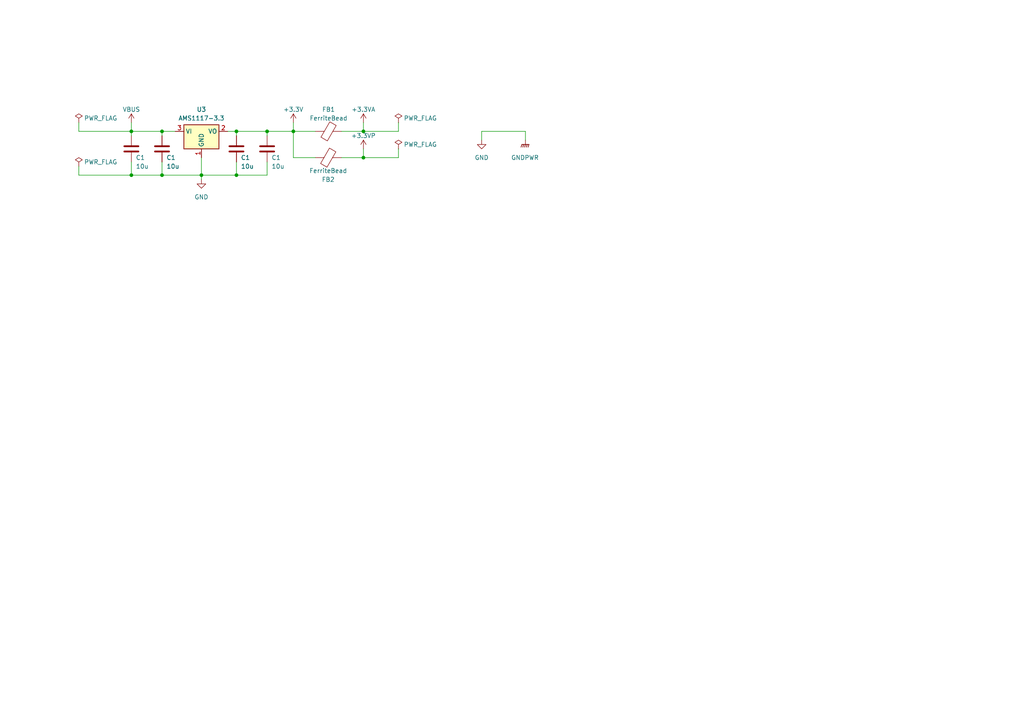
<source format=kicad_sch>
(kicad_sch (version 20230121) (generator eeschema)

  (uuid 4857945e-68b6-4ef5-a032-64d1caaae9b8)

  (paper "A4")

  (title_block
    (title "net-bmp")
    (date "2023-11-11")
    (rev "b")
    (company "elagil")
  )

  (lib_symbols
    (symbol "Device:C" (pin_numbers hide) (pin_names (offset 0.254)) (in_bom yes) (on_board yes)
      (property "Reference" "C" (at 0.635 2.54 0)
        (effects (font (size 1.27 1.27)) (justify left))
      )
      (property "Value" "C" (at 0.635 -2.54 0)
        (effects (font (size 1.27 1.27)) (justify left))
      )
      (property "Footprint" "" (at 0.9652 -3.81 0)
        (effects (font (size 1.27 1.27)) hide)
      )
      (property "Datasheet" "~" (at 0 0 0)
        (effects (font (size 1.27 1.27)) hide)
      )
      (property "ki_keywords" "cap capacitor" (at 0 0 0)
        (effects (font (size 1.27 1.27)) hide)
      )
      (property "ki_description" "Unpolarized capacitor" (at 0 0 0)
        (effects (font (size 1.27 1.27)) hide)
      )
      (property "ki_fp_filters" "C_*" (at 0 0 0)
        (effects (font (size 1.27 1.27)) hide)
      )
      (symbol "C_0_1"
        (polyline
          (pts
            (xy -2.032 -0.762)
            (xy 2.032 -0.762)
          )
          (stroke (width 0.508) (type default))
          (fill (type none))
        )
        (polyline
          (pts
            (xy -2.032 0.762)
            (xy 2.032 0.762)
          )
          (stroke (width 0.508) (type default))
          (fill (type none))
        )
      )
      (symbol "C_1_1"
        (pin passive line (at 0 3.81 270) (length 2.794)
          (name "~" (effects (font (size 1.27 1.27))))
          (number "1" (effects (font (size 1.27 1.27))))
        )
        (pin passive line (at 0 -3.81 90) (length 2.794)
          (name "~" (effects (font (size 1.27 1.27))))
          (number "2" (effects (font (size 1.27 1.27))))
        )
      )
    )
    (symbol "Device:FerriteBead" (pin_numbers hide) (pin_names (offset 0)) (in_bom yes) (on_board yes)
      (property "Reference" "FB" (at -3.81 0.635 90)
        (effects (font (size 1.27 1.27)))
      )
      (property "Value" "FerriteBead" (at 3.81 0 90)
        (effects (font (size 1.27 1.27)))
      )
      (property "Footprint" "" (at -1.778 0 90)
        (effects (font (size 1.27 1.27)) hide)
      )
      (property "Datasheet" "~" (at 0 0 0)
        (effects (font (size 1.27 1.27)) hide)
      )
      (property "ki_keywords" "L ferrite bead inductor filter" (at 0 0 0)
        (effects (font (size 1.27 1.27)) hide)
      )
      (property "ki_description" "Ferrite bead" (at 0 0 0)
        (effects (font (size 1.27 1.27)) hide)
      )
      (property "ki_fp_filters" "Inductor_* L_* *Ferrite*" (at 0 0 0)
        (effects (font (size 1.27 1.27)) hide)
      )
      (symbol "FerriteBead_0_1"
        (polyline
          (pts
            (xy 0 -1.27)
            (xy 0 -1.2192)
          )
          (stroke (width 0) (type default))
          (fill (type none))
        )
        (polyline
          (pts
            (xy 0 1.27)
            (xy 0 1.2954)
          )
          (stroke (width 0) (type default))
          (fill (type none))
        )
        (polyline
          (pts
            (xy -2.7686 0.4064)
            (xy -1.7018 2.2606)
            (xy 2.7686 -0.3048)
            (xy 1.6764 -2.159)
            (xy -2.7686 0.4064)
          )
          (stroke (width 0) (type default))
          (fill (type none))
        )
      )
      (symbol "FerriteBead_1_1"
        (pin passive line (at 0 3.81 270) (length 2.54)
          (name "~" (effects (font (size 1.27 1.27))))
          (number "1" (effects (font (size 1.27 1.27))))
        )
        (pin passive line (at 0 -3.81 90) (length 2.54)
          (name "~" (effects (font (size 1.27 1.27))))
          (number "2" (effects (font (size 1.27 1.27))))
        )
      )
    )
    (symbol "Regulator_Linear:AMS1117-3.3" (in_bom yes) (on_board yes)
      (property "Reference" "U" (at -3.81 3.175 0)
        (effects (font (size 1.27 1.27)))
      )
      (property "Value" "AMS1117-3.3" (at 0 3.175 0)
        (effects (font (size 1.27 1.27)) (justify left))
      )
      (property "Footprint" "Package_TO_SOT_SMD:SOT-223-3_TabPin2" (at 0 5.08 0)
        (effects (font (size 1.27 1.27)) hide)
      )
      (property "Datasheet" "http://www.advanced-monolithic.com/pdf/ds1117.pdf" (at 2.54 -6.35 0)
        (effects (font (size 1.27 1.27)) hide)
      )
      (property "ki_keywords" "linear regulator ldo fixed positive" (at 0 0 0)
        (effects (font (size 1.27 1.27)) hide)
      )
      (property "ki_description" "1A Low Dropout regulator, positive, 3.3V fixed output, SOT-223" (at 0 0 0)
        (effects (font (size 1.27 1.27)) hide)
      )
      (property "ki_fp_filters" "SOT?223*TabPin2*" (at 0 0 0)
        (effects (font (size 1.27 1.27)) hide)
      )
      (symbol "AMS1117-3.3_0_1"
        (rectangle (start -5.08 -5.08) (end 5.08 1.905)
          (stroke (width 0.254) (type default))
          (fill (type background))
        )
      )
      (symbol "AMS1117-3.3_1_1"
        (pin power_in line (at 0 -7.62 90) (length 2.54)
          (name "GND" (effects (font (size 1.27 1.27))))
          (number "1" (effects (font (size 1.27 1.27))))
        )
        (pin power_out line (at 7.62 0 180) (length 2.54)
          (name "VO" (effects (font (size 1.27 1.27))))
          (number "2" (effects (font (size 1.27 1.27))))
        )
        (pin power_in line (at -7.62 0 0) (length 2.54)
          (name "VI" (effects (font (size 1.27 1.27))))
          (number "3" (effects (font (size 1.27 1.27))))
        )
      )
    )
    (symbol "power:+3.3V" (power) (pin_names (offset 0)) (in_bom yes) (on_board yes)
      (property "Reference" "#PWR" (at 0 -3.81 0)
        (effects (font (size 1.27 1.27)) hide)
      )
      (property "Value" "+3.3V" (at 0 3.556 0)
        (effects (font (size 1.27 1.27)))
      )
      (property "Footprint" "" (at 0 0 0)
        (effects (font (size 1.27 1.27)) hide)
      )
      (property "Datasheet" "" (at 0 0 0)
        (effects (font (size 1.27 1.27)) hide)
      )
      (property "ki_keywords" "global power" (at 0 0 0)
        (effects (font (size 1.27 1.27)) hide)
      )
      (property "ki_description" "Power symbol creates a global label with name \"+3.3V\"" (at 0 0 0)
        (effects (font (size 1.27 1.27)) hide)
      )
      (symbol "+3.3V_0_1"
        (polyline
          (pts
            (xy -0.762 1.27)
            (xy 0 2.54)
          )
          (stroke (width 0) (type default))
          (fill (type none))
        )
        (polyline
          (pts
            (xy 0 0)
            (xy 0 2.54)
          )
          (stroke (width 0) (type default))
          (fill (type none))
        )
        (polyline
          (pts
            (xy 0 2.54)
            (xy 0.762 1.27)
          )
          (stroke (width 0) (type default))
          (fill (type none))
        )
      )
      (symbol "+3.3V_1_1"
        (pin power_in line (at 0 0 90) (length 0) hide
          (name "+3.3V" (effects (font (size 1.27 1.27))))
          (number "1" (effects (font (size 1.27 1.27))))
        )
      )
    )
    (symbol "power:+3.3VA" (power) (pin_names (offset 0)) (in_bom yes) (on_board yes)
      (property "Reference" "#PWR" (at 0 -3.81 0)
        (effects (font (size 1.27 1.27)) hide)
      )
      (property "Value" "+3.3VA" (at 0 3.556 0)
        (effects (font (size 1.27 1.27)))
      )
      (property "Footprint" "" (at 0 0 0)
        (effects (font (size 1.27 1.27)) hide)
      )
      (property "Datasheet" "" (at 0 0 0)
        (effects (font (size 1.27 1.27)) hide)
      )
      (property "ki_keywords" "global power" (at 0 0 0)
        (effects (font (size 1.27 1.27)) hide)
      )
      (property "ki_description" "Power symbol creates a global label with name \"+3.3VA\"" (at 0 0 0)
        (effects (font (size 1.27 1.27)) hide)
      )
      (symbol "+3.3VA_0_1"
        (polyline
          (pts
            (xy -0.762 1.27)
            (xy 0 2.54)
          )
          (stroke (width 0) (type default))
          (fill (type none))
        )
        (polyline
          (pts
            (xy 0 0)
            (xy 0 2.54)
          )
          (stroke (width 0) (type default))
          (fill (type none))
        )
        (polyline
          (pts
            (xy 0 2.54)
            (xy 0.762 1.27)
          )
          (stroke (width 0) (type default))
          (fill (type none))
        )
      )
      (symbol "+3.3VA_1_1"
        (pin power_in line (at 0 0 90) (length 0) hide
          (name "+3.3VA" (effects (font (size 1.27 1.27))))
          (number "1" (effects (font (size 1.27 1.27))))
        )
      )
    )
    (symbol "power:+3.3VP" (power) (pin_names (offset 0)) (in_bom yes) (on_board yes)
      (property "Reference" "#PWR" (at 3.81 -1.27 0)
        (effects (font (size 1.27 1.27)) hide)
      )
      (property "Value" "+3.3VP" (at 0 2.54 0)
        (effects (font (size 1.27 1.27)))
      )
      (property "Footprint" "" (at 0 0 0)
        (effects (font (size 1.27 1.27)) hide)
      )
      (property "Datasheet" "" (at 0 0 0)
        (effects (font (size 1.27 1.27)) hide)
      )
      (property "ki_keywords" "global power" (at 0 0 0)
        (effects (font (size 1.27 1.27)) hide)
      )
      (property "ki_description" "Power symbol creates a global label with name \"+3.3VP\"" (at 0 0 0)
        (effects (font (size 1.27 1.27)) hide)
      )
      (symbol "+3.3VP_0_0"
        (pin power_in line (at 0 0 90) (length 0) hide
          (name "+3.3VP" (effects (font (size 1.27 1.27))))
          (number "1" (effects (font (size 1.27 1.27))))
        )
      )
      (symbol "+3.3VP_0_1"
        (polyline
          (pts
            (xy -0.762 1.27)
            (xy 0 2.54)
          )
          (stroke (width 0) (type default))
          (fill (type none))
        )
        (polyline
          (pts
            (xy 0 0)
            (xy 0 2.54)
          )
          (stroke (width 0) (type default))
          (fill (type none))
        )
        (polyline
          (pts
            (xy 0 2.54)
            (xy 0.762 1.27)
          )
          (stroke (width 0) (type default))
          (fill (type none))
        )
      )
    )
    (symbol "power:GND" (power) (pin_names (offset 0)) (in_bom yes) (on_board yes)
      (property "Reference" "#PWR" (at 0 -6.35 0)
        (effects (font (size 1.27 1.27)) hide)
      )
      (property "Value" "GND" (at 0 -3.81 0)
        (effects (font (size 1.27 1.27)))
      )
      (property "Footprint" "" (at 0 0 0)
        (effects (font (size 1.27 1.27)) hide)
      )
      (property "Datasheet" "" (at 0 0 0)
        (effects (font (size 1.27 1.27)) hide)
      )
      (property "ki_keywords" "global power" (at 0 0 0)
        (effects (font (size 1.27 1.27)) hide)
      )
      (property "ki_description" "Power symbol creates a global label with name \"GND\" , ground" (at 0 0 0)
        (effects (font (size 1.27 1.27)) hide)
      )
      (symbol "GND_0_1"
        (polyline
          (pts
            (xy 0 0)
            (xy 0 -1.27)
            (xy 1.27 -1.27)
            (xy 0 -2.54)
            (xy -1.27 -1.27)
            (xy 0 -1.27)
          )
          (stroke (width 0) (type default))
          (fill (type none))
        )
      )
      (symbol "GND_1_1"
        (pin power_in line (at 0 0 270) (length 0) hide
          (name "GND" (effects (font (size 1.27 1.27))))
          (number "1" (effects (font (size 1.27 1.27))))
        )
      )
    )
    (symbol "power:GNDPWR" (power) (pin_names (offset 0)) (in_bom yes) (on_board yes)
      (property "Reference" "#PWR" (at 0 -5.08 0)
        (effects (font (size 1.27 1.27)) hide)
      )
      (property "Value" "GNDPWR" (at 0 -3.302 0)
        (effects (font (size 1.27 1.27)))
      )
      (property "Footprint" "" (at 0 -1.27 0)
        (effects (font (size 1.27 1.27)) hide)
      )
      (property "Datasheet" "" (at 0 -1.27 0)
        (effects (font (size 1.27 1.27)) hide)
      )
      (property "ki_keywords" "global ground" (at 0 0 0)
        (effects (font (size 1.27 1.27)) hide)
      )
      (property "ki_description" "Power symbol creates a global label with name \"GNDPWR\" , global ground" (at 0 0 0)
        (effects (font (size 1.27 1.27)) hide)
      )
      (symbol "GNDPWR_0_1"
        (polyline
          (pts
            (xy 0 -1.27)
            (xy 0 0)
          )
          (stroke (width 0) (type default))
          (fill (type none))
        )
        (polyline
          (pts
            (xy -1.016 -1.27)
            (xy -1.27 -2.032)
            (xy -1.27 -2.032)
          )
          (stroke (width 0.2032) (type default))
          (fill (type none))
        )
        (polyline
          (pts
            (xy -0.508 -1.27)
            (xy -0.762 -2.032)
            (xy -0.762 -2.032)
          )
          (stroke (width 0.2032) (type default))
          (fill (type none))
        )
        (polyline
          (pts
            (xy 0 -1.27)
            (xy -0.254 -2.032)
            (xy -0.254 -2.032)
          )
          (stroke (width 0.2032) (type default))
          (fill (type none))
        )
        (polyline
          (pts
            (xy 0.508 -1.27)
            (xy 0.254 -2.032)
            (xy 0.254 -2.032)
          )
          (stroke (width 0.2032) (type default))
          (fill (type none))
        )
        (polyline
          (pts
            (xy 1.016 -1.27)
            (xy -1.016 -1.27)
            (xy -1.016 -1.27)
          )
          (stroke (width 0.2032) (type default))
          (fill (type none))
        )
        (polyline
          (pts
            (xy 1.016 -1.27)
            (xy 0.762 -2.032)
            (xy 0.762 -2.032)
            (xy 0.762 -2.032)
          )
          (stroke (width 0.2032) (type default))
          (fill (type none))
        )
      )
      (symbol "GNDPWR_1_1"
        (pin power_in line (at 0 0 270) (length 0) hide
          (name "GNDPWR" (effects (font (size 1.27 1.27))))
          (number "1" (effects (font (size 1.27 1.27))))
        )
      )
    )
    (symbol "power:PWR_FLAG" (power) (pin_numbers hide) (pin_names (offset 0) hide) (in_bom yes) (on_board yes)
      (property "Reference" "#FLG" (at 0 1.905 0)
        (effects (font (size 1.27 1.27)) hide)
      )
      (property "Value" "PWR_FLAG" (at 0 3.81 0)
        (effects (font (size 1.27 1.27)))
      )
      (property "Footprint" "" (at 0 0 0)
        (effects (font (size 1.27 1.27)) hide)
      )
      (property "Datasheet" "~" (at 0 0 0)
        (effects (font (size 1.27 1.27)) hide)
      )
      (property "ki_keywords" "flag power" (at 0 0 0)
        (effects (font (size 1.27 1.27)) hide)
      )
      (property "ki_description" "Special symbol for telling ERC where power comes from" (at 0 0 0)
        (effects (font (size 1.27 1.27)) hide)
      )
      (symbol "PWR_FLAG_0_0"
        (pin power_out line (at 0 0 90) (length 0)
          (name "pwr" (effects (font (size 1.27 1.27))))
          (number "1" (effects (font (size 1.27 1.27))))
        )
      )
      (symbol "PWR_FLAG_0_1"
        (polyline
          (pts
            (xy 0 0)
            (xy 0 1.27)
            (xy -1.016 1.905)
            (xy 0 2.54)
            (xy 1.016 1.905)
            (xy 0 1.27)
          )
          (stroke (width 0) (type default))
          (fill (type none))
        )
      )
    )
    (symbol "power:VBUS" (power) (pin_names (offset 0)) (in_bom yes) (on_board yes)
      (property "Reference" "#PWR" (at 0 -3.81 0)
        (effects (font (size 1.27 1.27)) hide)
      )
      (property "Value" "VBUS" (at 0 3.81 0)
        (effects (font (size 1.27 1.27)))
      )
      (property "Footprint" "" (at 0 0 0)
        (effects (font (size 1.27 1.27)) hide)
      )
      (property "Datasheet" "" (at 0 0 0)
        (effects (font (size 1.27 1.27)) hide)
      )
      (property "ki_keywords" "global power" (at 0 0 0)
        (effects (font (size 1.27 1.27)) hide)
      )
      (property "ki_description" "Power symbol creates a global label with name \"VBUS\"" (at 0 0 0)
        (effects (font (size 1.27 1.27)) hide)
      )
      (symbol "VBUS_0_1"
        (polyline
          (pts
            (xy -0.762 1.27)
            (xy 0 2.54)
          )
          (stroke (width 0) (type default))
          (fill (type none))
        )
        (polyline
          (pts
            (xy 0 0)
            (xy 0 2.54)
          )
          (stroke (width 0) (type default))
          (fill (type none))
        )
        (polyline
          (pts
            (xy 0 2.54)
            (xy 0.762 1.27)
          )
          (stroke (width 0) (type default))
          (fill (type none))
        )
      )
      (symbol "VBUS_1_1"
        (pin power_in line (at 0 0 90) (length 0) hide
          (name "VBUS" (effects (font (size 1.27 1.27))))
          (number "1" (effects (font (size 1.27 1.27))))
        )
      )
    )
  )

  (junction (at 38.1 38.1) (diameter 0) (color 0 0 0 0)
    (uuid 05514e08-0c93-4abf-9637-a7d24fab30c1)
  )
  (junction (at 58.42 50.8) (diameter 0) (color 0 0 0 0)
    (uuid 186e3bfb-3874-43ca-b709-02bee16a683b)
  )
  (junction (at 68.58 38.1) (diameter 0) (color 0 0 0 0)
    (uuid 1fe28594-0dda-45ef-8952-623163b33f57)
  )
  (junction (at 85.09 38.1) (diameter 0) (color 0 0 0 0)
    (uuid 25d7c6db-2e8b-4568-b8e5-ec00c183d72a)
  )
  (junction (at 77.47 38.1) (diameter 0) (color 0 0 0 0)
    (uuid 42d8db86-6a59-4761-994f-46370639d749)
  )
  (junction (at 38.1 50.8) (diameter 0) (color 0 0 0 0)
    (uuid 5b945a70-de99-4492-b8b5-b2157ce2cc41)
  )
  (junction (at 68.58 50.8) (diameter 0) (color 0 0 0 0)
    (uuid 7a098a1d-b18d-4020-830d-b505b2036672)
  )
  (junction (at 105.41 38.1) (diameter 0) (color 0 0 0 0)
    (uuid 92127b65-ce1a-4617-acdb-70442a69e5d6)
  )
  (junction (at 46.99 38.1) (diameter 0) (color 0 0 0 0)
    (uuid afa18031-8b8d-4adc-9fc9-5dc8a4e81294)
  )
  (junction (at 105.41 45.72) (diameter 0) (color 0 0 0 0)
    (uuid b87f61c8-27b5-49b5-a747-4fdbd8d376ab)
  )
  (junction (at 46.99 50.8) (diameter 0) (color 0 0 0 0)
    (uuid c76e321d-1fde-4973-9920-13077706e417)
  )

  (wire (pts (xy 99.06 38.1) (xy 105.41 38.1))
    (stroke (width 0) (type default))
    (uuid 0a0243b3-3caf-43a8-b12f-75c5d3d9ca5a)
  )
  (wire (pts (xy 38.1 46.99) (xy 38.1 50.8))
    (stroke (width 0) (type default))
    (uuid 12972192-69bc-4410-87d7-f472ea50c163)
  )
  (wire (pts (xy 22.86 48.26) (xy 22.86 50.8))
    (stroke (width 0) (type default))
    (uuid 1aa1f0c0-90df-42f7-8310-412a52a4edd6)
  )
  (wire (pts (xy 46.99 38.1) (xy 46.99 39.37))
    (stroke (width 0) (type default))
    (uuid 1cbe4edf-ddc1-4dcd-aa46-c766b4d2094d)
  )
  (wire (pts (xy 115.57 38.1) (xy 115.57 35.56))
    (stroke (width 0) (type default))
    (uuid 1f9cdadb-3fe9-4e11-9f14-0d284b6be359)
  )
  (wire (pts (xy 38.1 38.1) (xy 46.99 38.1))
    (stroke (width 0) (type default))
    (uuid 212f6869-3178-4fba-82c2-054d1bc75ecf)
  )
  (wire (pts (xy 105.41 38.1) (xy 105.41 35.56))
    (stroke (width 0) (type default))
    (uuid 2a56d47c-9409-4994-999c-2e47a9fd837f)
  )
  (wire (pts (xy 105.41 45.72) (xy 105.41 43.18))
    (stroke (width 0) (type default))
    (uuid 3811d8e4-9a59-4170-9fa9-2036d6756ae0)
  )
  (wire (pts (xy 99.06 45.72) (xy 105.41 45.72))
    (stroke (width 0) (type default))
    (uuid 39cc5200-f547-4f23-915b-b07513d3c698)
  )
  (wire (pts (xy 77.47 38.1) (xy 85.09 38.1))
    (stroke (width 0) (type default))
    (uuid 3a71d03d-5fc8-475e-b948-c80a08dca2d5)
  )
  (wire (pts (xy 68.58 46.99) (xy 68.58 50.8))
    (stroke (width 0) (type default))
    (uuid 42ae148f-8233-4115-9a7c-d3e664042576)
  )
  (wire (pts (xy 22.86 50.8) (xy 38.1 50.8))
    (stroke (width 0) (type default))
    (uuid 42d7742f-5f26-4438-96bd-a2a1479f4e2c)
  )
  (wire (pts (xy 77.47 46.99) (xy 77.47 50.8))
    (stroke (width 0) (type default))
    (uuid 4ed2277a-bb52-44e7-9bee-f4a54317410b)
  )
  (wire (pts (xy 46.99 38.1) (xy 50.8 38.1))
    (stroke (width 0) (type default))
    (uuid 552cf8b7-8d56-4b36-b7da-1123a00760f2)
  )
  (wire (pts (xy 152.4 38.1) (xy 152.4 40.64))
    (stroke (width 0) (type default))
    (uuid 556ed6ea-23aa-4fd1-86e6-0d9b59ee71eb)
  )
  (wire (pts (xy 105.41 45.72) (xy 115.57 45.72))
    (stroke (width 0) (type default))
    (uuid 572ca900-e4c9-4539-ab0e-38b1c78425e5)
  )
  (wire (pts (xy 85.09 45.72) (xy 85.09 38.1))
    (stroke (width 0) (type default))
    (uuid 5f403c62-7381-49ac-80ef-fb3197aed7b6)
  )
  (wire (pts (xy 139.7 38.1) (xy 152.4 38.1))
    (stroke (width 0) (type default))
    (uuid 6307d960-50b4-4273-8d7c-61bed1e6ee13)
  )
  (wire (pts (xy 22.86 38.1) (xy 38.1 38.1))
    (stroke (width 0) (type default))
    (uuid 661db46d-08bf-431c-b97a-2e8231bb70f9)
  )
  (wire (pts (xy 58.42 45.72) (xy 58.42 50.8))
    (stroke (width 0) (type default))
    (uuid 6d6d878a-eecd-4ad4-b876-831ed5ea87e4)
  )
  (wire (pts (xy 91.44 45.72) (xy 85.09 45.72))
    (stroke (width 0) (type default))
    (uuid 72c2691f-ff49-46d7-aefe-d726afaa5a94)
  )
  (wire (pts (xy 38.1 38.1) (xy 38.1 35.56))
    (stroke (width 0) (type default))
    (uuid 7367bec8-33b8-4481-8fbc-b4b001462ce5)
  )
  (wire (pts (xy 105.41 38.1) (xy 115.57 38.1))
    (stroke (width 0) (type default))
    (uuid 7be931fe-7467-4bc2-9616-51fe6a486476)
  )
  (wire (pts (xy 68.58 38.1) (xy 68.58 39.37))
    (stroke (width 0) (type default))
    (uuid 88efaef8-74fe-402c-8930-3219ce2c26a5)
  )
  (wire (pts (xy 85.09 38.1) (xy 91.44 38.1))
    (stroke (width 0) (type default))
    (uuid 9575be2a-192e-448f-b36c-6d3848495e32)
  )
  (wire (pts (xy 66.04 38.1) (xy 68.58 38.1))
    (stroke (width 0) (type default))
    (uuid 9fdc735b-a01a-4877-ab2b-3c09ad2912c3)
  )
  (wire (pts (xy 77.47 50.8) (xy 68.58 50.8))
    (stroke (width 0) (type default))
    (uuid a29dfcdf-1f92-44ed-a3d4-e1750ab0dc08)
  )
  (wire (pts (xy 77.47 38.1) (xy 77.47 39.37))
    (stroke (width 0) (type default))
    (uuid a2f730f9-788d-443f-bd32-6794af8228be)
  )
  (wire (pts (xy 46.99 46.99) (xy 46.99 50.8))
    (stroke (width 0) (type default))
    (uuid a66e9d5a-1ff6-4a48-8fe4-74d3c8712ef3)
  )
  (wire (pts (xy 139.7 40.64) (xy 139.7 38.1))
    (stroke (width 0) (type default))
    (uuid ac3b85d5-4147-41e7-9223-f3697c6312b6)
  )
  (wire (pts (xy 38.1 50.8) (xy 46.99 50.8))
    (stroke (width 0) (type default))
    (uuid b62aa898-0b6a-4584-9b43-b61ee890f6fe)
  )
  (wire (pts (xy 115.57 45.72) (xy 115.57 43.18))
    (stroke (width 0) (type default))
    (uuid b7709778-425a-479a-a189-2a4dd7cb47fd)
  )
  (wire (pts (xy 85.09 38.1) (xy 85.09 35.56))
    (stroke (width 0) (type default))
    (uuid befaa9b8-8b96-4da7-8aec-f2f220aa6cfe)
  )
  (wire (pts (xy 38.1 38.1) (xy 38.1 39.37))
    (stroke (width 0) (type default))
    (uuid d0e834b0-a4b1-401b-9306-0f29e7cd574f)
  )
  (wire (pts (xy 22.86 35.56) (xy 22.86 38.1))
    (stroke (width 0) (type default))
    (uuid e3ec6927-2a26-4b0f-9330-d8406dc89fa4)
  )
  (wire (pts (xy 68.58 50.8) (xy 58.42 50.8))
    (stroke (width 0) (type default))
    (uuid e3fe3679-d4e4-464e-8226-ece93009175d)
  )
  (wire (pts (xy 68.58 38.1) (xy 77.47 38.1))
    (stroke (width 0) (type default))
    (uuid e4935cf9-269e-44ce-ab48-8af71cb1d96f)
  )
  (wire (pts (xy 58.42 50.8) (xy 58.42 52.07))
    (stroke (width 0) (type default))
    (uuid e55ee48a-f752-4e1c-8d43-0cf30dadc56b)
  )
  (wire (pts (xy 46.99 50.8) (xy 58.42 50.8))
    (stroke (width 0) (type default))
    (uuid fef7f590-7d4b-48d8-afff-8e3c0f0b160a)
  )

  (symbol (lib_id "power:PWR_FLAG") (at 115.57 43.18 0) (unit 1)
    (in_bom yes) (on_board yes) (dnp no)
    (uuid 16a7aacf-166b-4fb1-9b4b-15d3835face4)
    (property "Reference" "#FLG06" (at 115.57 41.275 0)
      (effects (font (size 1.27 1.27)) hide)
    )
    (property "Value" "PWR_FLAG" (at 121.92 41.91 0)
      (effects (font (size 1.27 1.27)))
    )
    (property "Footprint" "" (at 115.57 43.18 0)
      (effects (font (size 1.27 1.27)) hide)
    )
    (property "Datasheet" "~" (at 115.57 43.18 0)
      (effects (font (size 1.27 1.27)) hide)
    )
    (pin "1" (uuid 06ea796a-0306-4540-8d8c-9d423e40aba6))
    (instances
      (project "net-bmp"
        (path "/0556e588-02fe-48e5-93e8-fa3aab1c90e7/f869d6ae-fee8-4647-9458-3957901751f8"
          (reference "#FLG06") (unit 1)
        )
      )
    )
  )

  (symbol (lib_id "power:VBUS") (at 38.1 35.56 0) (unit 1)
    (in_bom yes) (on_board yes) (dnp no)
    (uuid 1d792a8b-4ee3-491e-9a1e-9fe56fae18f8)
    (property "Reference" "#PWR067" (at 38.1 39.37 0)
      (effects (font (size 1.27 1.27)) hide)
    )
    (property "Value" "VBUS" (at 38.1 31.75 0)
      (effects (font (size 1.27 1.27)))
    )
    (property "Footprint" "" (at 38.1 35.56 0)
      (effects (font (size 1.27 1.27)) hide)
    )
    (property "Datasheet" "" (at 38.1 35.56 0)
      (effects (font (size 1.27 1.27)) hide)
    )
    (pin "1" (uuid d5235132-218d-485b-b3de-0951cee635e9))
    (instances
      (project "net-bmp"
        (path "/0556e588-02fe-48e5-93e8-fa3aab1c90e7/e157d64e-477b-4983-afb5-0491664aa612"
          (reference "#PWR067") (unit 1)
        )
        (path "/0556e588-02fe-48e5-93e8-fa3aab1c90e7/f869d6ae-fee8-4647-9458-3957901751f8"
          (reference "#PWR068") (unit 1)
        )
      )
    )
  )

  (symbol (lib_id "Device:C") (at 46.99 43.18 0) (unit 1)
    (in_bom yes) (on_board yes) (dnp no)
    (uuid 20c24aa9-d5c7-4e88-aa2f-96fc5949677a)
    (property "Reference" "C1" (at 48.26 45.72 0)
      (effects (font (size 1.27 1.27)) (justify left))
    )
    (property "Value" "10u" (at 48.26 48.26 0)
      (effects (font (size 1.27 1.27)) (justify left))
    )
    (property "Footprint" "Capacitor_SMD:C_0603_1608Metric" (at 47.9552 46.99 0)
      (effects (font (size 1.27 1.27)) hide)
    )
    (property "Datasheet" "~" (at 46.99 43.18 0)
      (effects (font (size 1.27 1.27)) hide)
    )
    (property "MPN" "C19702" (at 46.99 43.18 0)
      (effects (font (size 1.27 1.27)) hide)
    )
    (property "JLCPCB Rotation Offset" "" (at 46.99 43.18 0)
      (effects (font (size 1.27 1.27)) hide)
    )
    (pin "1" (uuid 311c7579-6cb6-4389-ba67-bd378194b128))
    (pin "2" (uuid 45a3c464-5c53-4516-8ac9-e0a5dc0477c5))
    (instances
      (project "net-bmp"
        (path "/0556e588-02fe-48e5-93e8-fa3aab1c90e7/f036b58b-49af-4369-9bda-2bc3b39a73d2"
          (reference "C1") (unit 1)
        )
        (path "/0556e588-02fe-48e5-93e8-fa3aab1c90e7/05fc74b7-f058-42ca-bffa-27bc74c664f2"
          (reference "C10") (unit 1)
        )
        (path "/0556e588-02fe-48e5-93e8-fa3aab1c90e7/e157d64e-477b-4983-afb5-0491664aa612"
          (reference "C17") (unit 1)
        )
        (path "/0556e588-02fe-48e5-93e8-fa3aab1c90e7"
          (reference "C28") (unit 1)
        )
        (path "/0556e588-02fe-48e5-93e8-fa3aab1c90e7/f869d6ae-fee8-4647-9458-3957901751f8"
          (reference "C29") (unit 1)
        )
      )
    )
  )

  (symbol (lib_id "power:GND") (at 58.42 52.07 0) (unit 1)
    (in_bom yes) (on_board yes) (dnp no) (fields_autoplaced)
    (uuid 3d962a5f-9e25-4256-856b-7e10ab633aa6)
    (property "Reference" "#PWR05" (at 58.42 58.42 0)
      (effects (font (size 1.27 1.27)) hide)
    )
    (property "Value" "GND" (at 58.42 57.15 0)
      (effects (font (size 1.27 1.27)))
    )
    (property "Footprint" "" (at 58.42 52.07 0)
      (effects (font (size 1.27 1.27)) hide)
    )
    (property "Datasheet" "" (at 58.42 52.07 0)
      (effects (font (size 1.27 1.27)) hide)
    )
    (pin "1" (uuid c1653a7a-ec7b-4d3b-b0a4-d747b9de7719))
    (instances
      (project "net-bmp"
        (path "/0556e588-02fe-48e5-93e8-fa3aab1c90e7"
          (reference "#PWR05") (unit 1)
        )
        (path "/0556e588-02fe-48e5-93e8-fa3aab1c90e7/f869d6ae-fee8-4647-9458-3957901751f8"
          (reference "#PWR072") (unit 1)
        )
      )
    )
  )

  (symbol (lib_id "Regulator_Linear:AMS1117-3.3") (at 58.42 38.1 0) (unit 1)
    (in_bom yes) (on_board yes) (dnp no) (fields_autoplaced)
    (uuid 4369b658-bcc7-49cb-b557-7b15c60c221a)
    (property "Reference" "U3" (at 58.42 31.75 0)
      (effects (font (size 1.27 1.27)))
    )
    (property "Value" "AMS1117-3.3" (at 58.42 34.29 0)
      (effects (font (size 1.27 1.27)))
    )
    (property "Footprint" "Package_TO_SOT_SMD:SOT-223-3_TabPin2" (at 58.42 33.02 0)
      (effects (font (size 1.27 1.27)) hide)
    )
    (property "Datasheet" "http://www.advanced-monolithic.com/pdf/ds1117.pdf" (at 60.96 44.45 0)
      (effects (font (size 1.27 1.27)) hide)
    )
    (property "MPN" "C6186" (at 58.42 38.1 0)
      (effects (font (size 1.27 1.27)) hide)
    )
    (property "JLCPCB Rotation Offset" "180" (at 58.42 38.1 0)
      (effects (font (size 1.27 1.27)) hide)
    )
    (pin "1" (uuid 17bd8797-7ad8-4a18-a8f3-e53ba3d28376))
    (pin "2" (uuid 4a594b84-7cea-4d49-82f3-3eb7555ad6b5))
    (pin "3" (uuid fa3e774c-5dac-4345-a09c-5ada600e92d9))
    (instances
      (project "net-bmp"
        (path "/0556e588-02fe-48e5-93e8-fa3aab1c90e7"
          (reference "U3") (unit 1)
        )
        (path "/0556e588-02fe-48e5-93e8-fa3aab1c90e7/f869d6ae-fee8-4647-9458-3957901751f8"
          (reference "U8") (unit 1)
        )
      )
    )
  )

  (symbol (lib_id "power:GND") (at 139.7 40.64 0) (unit 1)
    (in_bom yes) (on_board yes) (dnp no) (fields_autoplaced)
    (uuid 486e3443-57c4-4d10-a4ed-dbfe965de1fa)
    (property "Reference" "#PWR064" (at 139.7 46.99 0)
      (effects (font (size 1.27 1.27)) hide)
    )
    (property "Value" "GND" (at 139.7 45.72 0)
      (effects (font (size 1.27 1.27)))
    )
    (property "Footprint" "" (at 139.7 40.64 0)
      (effects (font (size 1.27 1.27)) hide)
    )
    (property "Datasheet" "" (at 139.7 40.64 0)
      (effects (font (size 1.27 1.27)) hide)
    )
    (pin "1" (uuid 41057407-9d6f-4204-91c1-10f5343ad8ee))
    (instances
      (project "net-bmp"
        (path "/0556e588-02fe-48e5-93e8-fa3aab1c90e7"
          (reference "#PWR064") (unit 1)
        )
        (path "/0556e588-02fe-48e5-93e8-fa3aab1c90e7/e157d64e-477b-4983-afb5-0491664aa612"
          (reference "#PWR062") (unit 1)
        )
        (path "/0556e588-02fe-48e5-93e8-fa3aab1c90e7/f869d6ae-fee8-4647-9458-3957901751f8"
          (reference "#PWR076") (unit 1)
        )
      )
    )
  )

  (symbol (lib_id "Device:FerriteBead") (at 95.25 45.72 90) (unit 1)
    (in_bom yes) (on_board yes) (dnp no)
    (uuid 4c028b73-a33f-4f26-b477-e919f3f5a4a2)
    (property "Reference" "FB2" (at 95.1992 52.07 90)
      (effects (font (size 1.27 1.27)))
    )
    (property "Value" "FerriteBead" (at 95.1992 49.53 90)
      (effects (font (size 1.27 1.27)))
    )
    (property "Footprint" "Inductor_SMD:L_0603_1608Metric" (at 95.25 47.498 90)
      (effects (font (size 1.27 1.27)) hide)
    )
    (property "Datasheet" "~" (at 95.25 45.72 0)
      (effects (font (size 1.27 1.27)) hide)
    )
    (property "MPN" "C1002" (at 95.25 45.72 0)
      (effects (font (size 1.27 1.27)) hide)
    )
    (property "JLCPCB Rotation Offset" "" (at 95.25 45.72 0)
      (effects (font (size 1.27 1.27)) hide)
    )
    (pin "1" (uuid 641208d1-f86d-4af6-86e3-af32ab0c7644))
    (pin "2" (uuid 913106d4-e10c-4b5a-b862-8c35f4d3c953))
    (instances
      (project "net-bmp"
        (path "/0556e588-02fe-48e5-93e8-fa3aab1c90e7"
          (reference "FB2") (unit 1)
        )
        (path "/0556e588-02fe-48e5-93e8-fa3aab1c90e7/f869d6ae-fee8-4647-9458-3957901751f8"
          (reference "FB2") (unit 1)
        )
      )
    )
  )

  (symbol (lib_id "power:+3.3V") (at 85.09 35.56 0) (unit 1)
    (in_bom yes) (on_board yes) (dnp no) (fields_autoplaced)
    (uuid 541e56ce-7944-472b-9f23-594a1224109d)
    (property "Reference" "#PWR043" (at 85.09 39.37 0)
      (effects (font (size 1.27 1.27)) hide)
    )
    (property "Value" "+3.3V" (at 85.09 31.75 0)
      (effects (font (size 1.27 1.27)))
    )
    (property "Footprint" "" (at 85.09 35.56 0)
      (effects (font (size 1.27 1.27)) hide)
    )
    (property "Datasheet" "" (at 85.09 35.56 0)
      (effects (font (size 1.27 1.27)) hide)
    )
    (pin "1" (uuid a2e46818-9372-4b33-ac44-023d3f0140bd))
    (instances
      (project "net-bmp"
        (path "/0556e588-02fe-48e5-93e8-fa3aab1c90e7"
          (reference "#PWR043") (unit 1)
        )
        (path "/0556e588-02fe-48e5-93e8-fa3aab1c90e7/f869d6ae-fee8-4647-9458-3957901751f8"
          (reference "#PWR073") (unit 1)
        )
      )
    )
  )

  (symbol (lib_id "power:+3.3VA") (at 105.41 35.56 0) (unit 1)
    (in_bom yes) (on_board yes) (dnp no) (fields_autoplaced)
    (uuid 65099040-a064-4a7b-b577-d7bb121cc76b)
    (property "Reference" "#PWR048" (at 105.41 39.37 0)
      (effects (font (size 1.27 1.27)) hide)
    )
    (property "Value" "+3.3VA" (at 105.41 31.75 0)
      (effects (font (size 1.27 1.27)))
    )
    (property "Footprint" "" (at 105.41 35.56 0)
      (effects (font (size 1.27 1.27)) hide)
    )
    (property "Datasheet" "" (at 105.41 35.56 0)
      (effects (font (size 1.27 1.27)) hide)
    )
    (pin "1" (uuid 398efa8d-5d07-4b42-a2f1-679efc98e484))
    (instances
      (project "net-bmp"
        (path "/0556e588-02fe-48e5-93e8-fa3aab1c90e7"
          (reference "#PWR048") (unit 1)
        )
        (path "/0556e588-02fe-48e5-93e8-fa3aab1c90e7/f869d6ae-fee8-4647-9458-3957901751f8"
          (reference "#PWR074") (unit 1)
        )
      )
    )
  )

  (symbol (lib_id "Device:C") (at 77.47 43.18 0) (unit 1)
    (in_bom yes) (on_board yes) (dnp no)
    (uuid 7c17be14-86bb-49e7-ac30-bc2378d05049)
    (property "Reference" "C1" (at 78.74 45.72 0)
      (effects (font (size 1.27 1.27)) (justify left))
    )
    (property "Value" "10u" (at 78.74 48.26 0)
      (effects (font (size 1.27 1.27)) (justify left))
    )
    (property "Footprint" "Capacitor_SMD:C_0603_1608Metric" (at 78.4352 46.99 0)
      (effects (font (size 1.27 1.27)) hide)
    )
    (property "Datasheet" "~" (at 77.47 43.18 0)
      (effects (font (size 1.27 1.27)) hide)
    )
    (property "MPN" "C19702" (at 77.47 43.18 0)
      (effects (font (size 1.27 1.27)) hide)
    )
    (property "JLCPCB Rotation Offset" "" (at 77.47 43.18 0)
      (effects (font (size 1.27 1.27)) hide)
    )
    (pin "1" (uuid bc9d9f98-b782-493b-ac42-fbf449f10f72))
    (pin "2" (uuid 3d3bc727-5239-4793-a628-53988dd0090a))
    (instances
      (project "net-bmp"
        (path "/0556e588-02fe-48e5-93e8-fa3aab1c90e7/f036b58b-49af-4369-9bda-2bc3b39a73d2"
          (reference "C1") (unit 1)
        )
        (path "/0556e588-02fe-48e5-93e8-fa3aab1c90e7/05fc74b7-f058-42ca-bffa-27bc74c664f2"
          (reference "C10") (unit 1)
        )
        (path "/0556e588-02fe-48e5-93e8-fa3aab1c90e7/e157d64e-477b-4983-afb5-0491664aa612"
          (reference "C17") (unit 1)
        )
        (path "/0556e588-02fe-48e5-93e8-fa3aab1c90e7"
          (reference "C26") (unit 1)
        )
        (path "/0556e588-02fe-48e5-93e8-fa3aab1c90e7/f869d6ae-fee8-4647-9458-3957901751f8"
          (reference "C31") (unit 1)
        )
      )
    )
  )

  (symbol (lib_id "power:PWR_FLAG") (at 22.86 48.26 0) (unit 1)
    (in_bom yes) (on_board yes) (dnp no)
    (uuid 7f0b857b-59d9-454b-8927-1218ca42795f)
    (property "Reference" "#FLG04" (at 22.86 46.355 0)
      (effects (font (size 1.27 1.27)) hide)
    )
    (property "Value" "PWR_FLAG" (at 29.21 46.99 0)
      (effects (font (size 1.27 1.27)))
    )
    (property "Footprint" "" (at 22.86 48.26 0)
      (effects (font (size 1.27 1.27)) hide)
    )
    (property "Datasheet" "~" (at 22.86 48.26 0)
      (effects (font (size 1.27 1.27)) hide)
    )
    (pin "1" (uuid bf6825ef-83d1-45ce-bc71-3cdf03832ae0))
    (instances
      (project "net-bmp"
        (path "/0556e588-02fe-48e5-93e8-fa3aab1c90e7/f869d6ae-fee8-4647-9458-3957901751f8"
          (reference "#FLG04") (unit 1)
        )
      )
    )
  )

  (symbol (lib_id "power:PWR_FLAG") (at 22.86 35.56 0) (unit 1)
    (in_bom yes) (on_board yes) (dnp no)
    (uuid 9d391960-f356-4e56-adc6-58b0d6321531)
    (property "Reference" "#FLG03" (at 22.86 33.655 0)
      (effects (font (size 1.27 1.27)) hide)
    )
    (property "Value" "PWR_FLAG" (at 29.21 34.29 0)
      (effects (font (size 1.27 1.27)))
    )
    (property "Footprint" "" (at 22.86 35.56 0)
      (effects (font (size 1.27 1.27)) hide)
    )
    (property "Datasheet" "~" (at 22.86 35.56 0)
      (effects (font (size 1.27 1.27)) hide)
    )
    (pin "1" (uuid a04c0f6d-dab5-4ace-9c3c-887476eddac1))
    (instances
      (project "net-bmp"
        (path "/0556e588-02fe-48e5-93e8-fa3aab1c90e7/f869d6ae-fee8-4647-9458-3957901751f8"
          (reference "#FLG03") (unit 1)
        )
      )
    )
  )

  (symbol (lib_id "power:PWR_FLAG") (at 115.57 35.56 0) (unit 1)
    (in_bom yes) (on_board yes) (dnp no)
    (uuid a3636011-3faa-4ad0-bc10-43a8b300720b)
    (property "Reference" "#FLG05" (at 115.57 33.655 0)
      (effects (font (size 1.27 1.27)) hide)
    )
    (property "Value" "PWR_FLAG" (at 121.92 34.29 0)
      (effects (font (size 1.27 1.27)))
    )
    (property "Footprint" "" (at 115.57 35.56 0)
      (effects (font (size 1.27 1.27)) hide)
    )
    (property "Datasheet" "~" (at 115.57 35.56 0)
      (effects (font (size 1.27 1.27)) hide)
    )
    (pin "1" (uuid 21082421-e536-454c-a3d5-158a486092fc))
    (instances
      (project "net-bmp"
        (path "/0556e588-02fe-48e5-93e8-fa3aab1c90e7/f869d6ae-fee8-4647-9458-3957901751f8"
          (reference "#FLG05") (unit 1)
        )
      )
    )
  )

  (symbol (lib_id "power:GNDPWR") (at 152.4 40.64 0) (unit 1)
    (in_bom yes) (on_board yes) (dnp no) (fields_autoplaced)
    (uuid b67e0281-d38c-4c02-8e15-65ddccc448ef)
    (property "Reference" "#PWR063" (at 152.4 45.72 0)
      (effects (font (size 1.27 1.27)) hide)
    )
    (property "Value" "GNDPWR" (at 152.273 45.72 0)
      (effects (font (size 1.27 1.27)))
    )
    (property "Footprint" "" (at 152.4 41.91 0)
      (effects (font (size 1.27 1.27)) hide)
    )
    (property "Datasheet" "" (at 152.4 41.91 0)
      (effects (font (size 1.27 1.27)) hide)
    )
    (pin "1" (uuid c3b4f8f3-8787-44dd-a89b-ff5a5a980ee2))
    (instances
      (project "net-bmp"
        (path "/0556e588-02fe-48e5-93e8-fa3aab1c90e7/05fc74b7-f058-42ca-bffa-27bc74c664f2"
          (reference "#PWR063") (unit 1)
        )
        (path "/0556e588-02fe-48e5-93e8-fa3aab1c90e7/e157d64e-477b-4983-afb5-0491664aa612"
          (reference "#PWR064") (unit 1)
        )
        (path "/0556e588-02fe-48e5-93e8-fa3aab1c90e7"
          (reference "#PWR062") (unit 1)
        )
        (path "/0556e588-02fe-48e5-93e8-fa3aab1c90e7/f869d6ae-fee8-4647-9458-3957901751f8"
          (reference "#PWR077") (unit 1)
        )
      )
    )
  )

  (symbol (lib_id "Device:C") (at 68.58 43.18 0) (unit 1)
    (in_bom yes) (on_board yes) (dnp no)
    (uuid bbdfab2d-c20e-4fff-8ca8-aaf081ec8bc7)
    (property "Reference" "C1" (at 69.85 45.72 0)
      (effects (font (size 1.27 1.27)) (justify left))
    )
    (property "Value" "10u" (at 69.85 48.26 0)
      (effects (font (size 1.27 1.27)) (justify left))
    )
    (property "Footprint" "Capacitor_SMD:C_0603_1608Metric" (at 69.5452 46.99 0)
      (effects (font (size 1.27 1.27)) hide)
    )
    (property "Datasheet" "~" (at 68.58 43.18 0)
      (effects (font (size 1.27 1.27)) hide)
    )
    (property "MPN" "C19702" (at 68.58 43.18 0)
      (effects (font (size 1.27 1.27)) hide)
    )
    (property "JLCPCB Rotation Offset" "" (at 68.58 43.18 0)
      (effects (font (size 1.27 1.27)) hide)
    )
    (pin "1" (uuid 61ce02f0-1558-472b-9e35-f3f8dd96fbcc))
    (pin "2" (uuid 4c1a8ee3-2459-4885-9f76-0edaf3a12160))
    (instances
      (project "net-bmp"
        (path "/0556e588-02fe-48e5-93e8-fa3aab1c90e7/f036b58b-49af-4369-9bda-2bc3b39a73d2"
          (reference "C1") (unit 1)
        )
        (path "/0556e588-02fe-48e5-93e8-fa3aab1c90e7/05fc74b7-f058-42ca-bffa-27bc74c664f2"
          (reference "C10") (unit 1)
        )
        (path "/0556e588-02fe-48e5-93e8-fa3aab1c90e7/e157d64e-477b-4983-afb5-0491664aa612"
          (reference "C17") (unit 1)
        )
        (path "/0556e588-02fe-48e5-93e8-fa3aab1c90e7"
          (reference "C25") (unit 1)
        )
        (path "/0556e588-02fe-48e5-93e8-fa3aab1c90e7/f869d6ae-fee8-4647-9458-3957901751f8"
          (reference "C30") (unit 1)
        )
      )
    )
  )

  (symbol (lib_id "power:+3.3VP") (at 105.41 43.18 0) (unit 1)
    (in_bom yes) (on_board yes) (dnp no) (fields_autoplaced)
    (uuid bd691207-5e36-47a7-94d7-491bb81ab1e7)
    (property "Reference" "#PWR071" (at 109.22 44.45 0)
      (effects (font (size 1.27 1.27)) hide)
    )
    (property "Value" "+3.3VP" (at 105.41 39.37 0)
      (effects (font (size 1.27 1.27)))
    )
    (property "Footprint" "" (at 105.41 43.18 0)
      (effects (font (size 1.27 1.27)) hide)
    )
    (property "Datasheet" "" (at 105.41 43.18 0)
      (effects (font (size 1.27 1.27)) hide)
    )
    (pin "1" (uuid f0ca71c1-792a-499b-afee-3c38bd892fbe))
    (instances
      (project "net-bmp"
        (path "/0556e588-02fe-48e5-93e8-fa3aab1c90e7"
          (reference "#PWR071") (unit 1)
        )
        (path "/0556e588-02fe-48e5-93e8-fa3aab1c90e7/f869d6ae-fee8-4647-9458-3957901751f8"
          (reference "#PWR075") (unit 1)
        )
      )
    )
  )

  (symbol (lib_id "Device:FerriteBead") (at 95.25 38.1 270) (unit 1)
    (in_bom yes) (on_board yes) (dnp no)
    (uuid c31ae1c1-3458-4611-b8f2-8a47bea8593a)
    (property "Reference" "FB1" (at 95.3008 31.75 90)
      (effects (font (size 1.27 1.27)))
    )
    (property "Value" "FerriteBead" (at 95.3008 34.29 90)
      (effects (font (size 1.27 1.27)))
    )
    (property "Footprint" "Inductor_SMD:L_0603_1608Metric" (at 95.25 36.322 90)
      (effects (font (size 1.27 1.27)) hide)
    )
    (property "Datasheet" "~" (at 95.25 38.1 0)
      (effects (font (size 1.27 1.27)) hide)
    )
    (property "MPN" "C1002" (at 95.25 38.1 0)
      (effects (font (size 1.27 1.27)) hide)
    )
    (property "JLCPCB Rotation Offset" "" (at 95.25 38.1 0)
      (effects (font (size 1.27 1.27)) hide)
    )
    (pin "1" (uuid a6f5491e-ad5f-4c02-9e56-c513adcc9197))
    (pin "2" (uuid 5980fb6f-620a-4cbb-a09e-53bf4a2bf570))
    (instances
      (project "net-bmp"
        (path "/0556e588-02fe-48e5-93e8-fa3aab1c90e7"
          (reference "FB1") (unit 1)
        )
        (path "/0556e588-02fe-48e5-93e8-fa3aab1c90e7/f869d6ae-fee8-4647-9458-3957901751f8"
          (reference "FB1") (unit 1)
        )
      )
    )
  )

  (symbol (lib_id "Device:C") (at 38.1 43.18 0) (unit 1)
    (in_bom yes) (on_board yes) (dnp no)
    (uuid fae30bc3-3271-4114-8283-5c391ee9966d)
    (property "Reference" "C1" (at 39.37 45.72 0)
      (effects (font (size 1.27 1.27)) (justify left))
    )
    (property "Value" "10u" (at 39.37 48.26 0)
      (effects (font (size 1.27 1.27)) (justify left))
    )
    (property "Footprint" "Capacitor_SMD:C_0603_1608Metric" (at 39.0652 46.99 0)
      (effects (font (size 1.27 1.27)) hide)
    )
    (property "Datasheet" "~" (at 38.1 43.18 0)
      (effects (font (size 1.27 1.27)) hide)
    )
    (property "MPN" "C19702" (at 38.1 43.18 0)
      (effects (font (size 1.27 1.27)) hide)
    )
    (property "JLCPCB Rotation Offset" "" (at 38.1 43.18 0)
      (effects (font (size 1.27 1.27)) hide)
    )
    (pin "1" (uuid cb88f50c-a6f1-49ba-9bef-ed72b8eea22c))
    (pin "2" (uuid d47a89cc-16a5-40d6-86d6-52c3b85c90fc))
    (instances
      (project "net-bmp"
        (path "/0556e588-02fe-48e5-93e8-fa3aab1c90e7/f036b58b-49af-4369-9bda-2bc3b39a73d2"
          (reference "C1") (unit 1)
        )
        (path "/0556e588-02fe-48e5-93e8-fa3aab1c90e7/05fc74b7-f058-42ca-bffa-27bc74c664f2"
          (reference "C10") (unit 1)
        )
        (path "/0556e588-02fe-48e5-93e8-fa3aab1c90e7/e157d64e-477b-4983-afb5-0491664aa612"
          (reference "C17") (unit 1)
        )
        (path "/0556e588-02fe-48e5-93e8-fa3aab1c90e7"
          (reference "C27") (unit 1)
        )
        (path "/0556e588-02fe-48e5-93e8-fa3aab1c90e7/f869d6ae-fee8-4647-9458-3957901751f8"
          (reference "C28") (unit 1)
        )
      )
    )
  )
)

</source>
